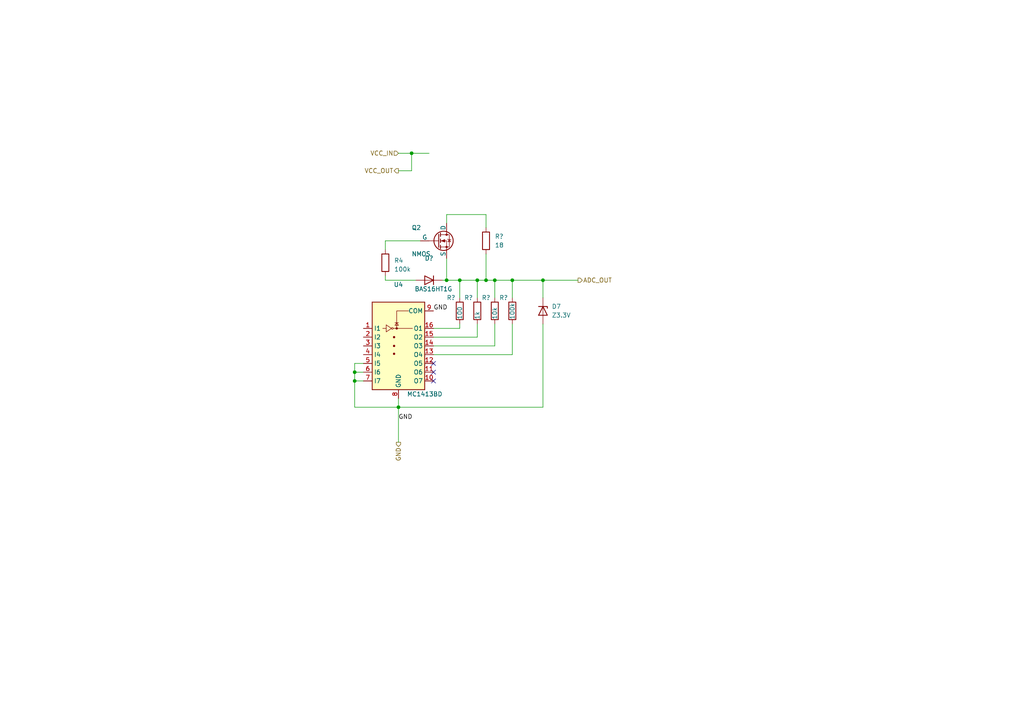
<source format=kicad_sch>
(kicad_sch (version 20230121) (generator eeschema)
  (paper "A4")
  (lib_symbols
    (symbol "Device:D" (pin_numbers hide) (pin_names (offset 1.016) hide)
      (property "Reference" "D" (at 0 2.54 0))
      (property "Value" "D" (at 0 -2.54 0))
      (symbol "D_0_1"
        (polyline (pts (xy -1.27 1.27) (xy -1.27 -1.27)) (stroke (width 0.254)))
        (polyline (pts (xy 1.27 0) (xy -1.27 0)))
        (polyline (pts (xy 1.27 1.27) (xy 1.27 -1.27) (xy -1.27 0) (xy 1.27 1.27)) (stroke (width 0.254)))
      )
      (symbol "D_1_1"
        (pin passive line (at -3.81 0 0) (length 2.54) (name "K") (number "1"))
        (pin passive line (at 3.81 0 180) (length 2.54) (name "A") (number "2"))
      )
    )
    (symbol "Device:D_Zener" (pin_numbers hide) (pin_names (offset 1.016) hide)
      (property "Reference" "D" (at 0 2.54 0))
      (property "Value" "D_Zener" (at 0 -2.54 0))
      (symbol "D_Zener_0_1"
        (polyline (pts (xy 1.27 0) (xy -1.27 0)))
        (polyline (pts (xy -1.27 -1.27) (xy -1.27 1.27) (xy -0.762 1.27)) (stroke (width 0.254)))
        (polyline (pts (xy 1.27 -1.27) (xy 1.27 1.27) (xy -1.27 0) (xy 1.27 -1.27)) (stroke (width 0.254)))
      )
      (symbol "D_Zener_1_1"
        (pin passive line (at -3.81 0 0) (length 2.54) (name "K") (number "1"))
        (pin passive line (at 3.81 0 180) (length 2.54) (name "A") (number "2"))
      )
    )
    (symbol "Device:R" (pin_numbers hide) (pin_names (offset 0))
      (property "Reference" "R" (at 2.032 0 90))
      (property "Value" "R" (at 0 0 90))
      (symbol "R_0_1"
        (rectangle (start -1.016 -2.54) (end 1.016 2.54) (stroke (width 0.254)))
      )
      (symbol "R_1_1"
        (pin passive line (at 0 3.81 270) (length 1.27) (name "~") (number "1"))
        (pin passive line (at 0 -3.81 90) (length 1.27) (name "~") (number "2"))
      )
    )
    (symbol "Simulation_SPICE:NMOS" (pin_numbers hide) (pin_names (offset 0))
      (property "Reference" "Q" (at 5.08 1.27 0))
      (property "Value" "NMOS" (at 5.08 -1.27 0))
      (symbol "NMOS_0_1"
        (polyline (pts (xy 0.254 0) (xy -2.54 0)))
        (polyline (pts (xy 0.254 1.905) (xy 0.254 -1.905)) (stroke (width 0.254)))
        (polyline (pts (xy 0.762 -1.27) (xy 0.762 -2.286)) (stroke (width 0.254)))
        (polyline (pts (xy 0.762 0.508) (xy 0.762 -0.508)) (stroke (width 0.254)))
        (polyline (pts (xy 0.762 2.286) (xy 0.762 1.27)) (stroke (width 0.254)))
        (polyline (pts (xy 2.54 2.54) (xy 2.54 1.778)))
        (polyline (pts (xy 2.54 -2.54) (xy 2.54 0) (xy 0.762 0)))
        (polyline (pts (xy 0.762 -1.778) (xy 3.302 -1.778) (xy 3.302 1.778) (xy 0.762 1.778)))
        (polyline (pts (xy 1.016 0) (xy 2.032 0.381) (xy 2.032 -0.381) (xy 1.016 0)) (fill (type outline)))
        (polyline (pts (xy 2.794 0.508) (xy 2.921 0.381) (xy 3.683 0.381) (xy 3.81 0.254)))
        (polyline (pts (xy 3.302 0.381) (xy 2.921 -0.254) (xy 3.683 -0.254) (xy 3.302 0.381)))
        (circle (center 1.651 0) (radius 2.794) (stroke (width 0.254)))
        (circle (center 2.54 -1.778) (radius 0.254) (fill (type outline)))
        (circle (center 2.54 1.778) (radius 0.254) (fill (type outline)))
      )
      (symbol "NMOS_1_1"
        (pin passive line (at 2.54 5.08 270) (length 2.54) (name "D") (number "1"))
        (pin input line (at -5.08 0 0) (length 2.54) (name "G") (number "2"))
        (pin passive line (at 2.54 -5.08 90) (length 2.54) (name "S") (number "3"))
      )
    )
    (symbol "Transistor_Array:MC1413BD"
      (property "Reference" "U" (at 0 15.875 0))
      (property "Value" "MC1413BD" (at 0 13.97 0))
      (symbol "MC1413BD_0_1"
        (rectangle (start -7.62 -12.7) (end 7.62 12.7) (stroke (width 0.254)) (fill (type background)))
        (circle (center -1.778 5.08) (radius 0.254))
        (circle (center -1.27 -2.286) (radius 0.254) (fill (type outline)))
        (circle (center -1.27 0) (radius 0.254) (fill (type outline)))
        (circle (center -1.27 2.54) (radius 0.254) (fill (type outline)))
        (circle (center -0.508 5.08) (radius 0.254) (fill (type outline)))
        (polyline (pts (xy -4.572 5.08) (xy -3.556 5.08)))
        (polyline (pts (xy -1.524 5.08) (xy 4.064 5.08)))
        (polyline (pts (xy 0 6.731) (xy -1.016 6.731)))
        (polyline (pts (xy -0.508 5.08) (xy -0.508 10.16) (xy 2.921 10.16)))
        (polyline (pts (xy -3.556 6.096) (xy -3.556 4.064) (xy -2.032 5.08) (xy -3.556 6.096)))
        (polyline (pts (xy 0 5.969) (xy -1.016 5.969) (xy -0.508 6.731) (xy 0 5.969)))
      )
      (symbol "MC1413BD_1_1"
        (pin input line (at -10.16 5.08 0) (length 2.54) (name "I1") (number "1"))
        (pin open_collector line (at 10.16 -10.16 180) (length 2.54) (name "O7") (number "10"))
        (pin open_collector line (at 10.16 -7.62 180) (length 2.54) (name "O6") (number "11"))
        (pin open_collector line (at 10.16 -5.08 180) (length 2.54) (name "O5") (number "12"))
        (pin open_collector line (at 10.16 -2.54 180) (length 2.54) (name "O4") (number "13"))
        (pin open_collector line (at 10.16 0 180) (length 2.54) (name "O3") (number "14"))
        (pin open_collector line (at 10.16 2.54 180) (length 2.54) (name "O2") (number "15"))
        (pin open_collector line (at 10.16 5.08 180) (length 2.54) (name "O1") (number "16"))
        (pin input line (at -10.16 2.54 0) (length 2.54) (name "I2") (number "2"))
        (pin input line (at -10.16 0 0) (length 2.54) (name "I3") (number "3"))
        (pin input line (at -10.16 -2.54 0) (length 2.54) (name "I4") (number "4"))
        (pin input line (at -10.16 -5.08 0) (length 2.54) (name "I5") (number "5"))
        (pin input line (at -10.16 -7.62 0) (length 2.54) (name "I6") (number "6"))
        (pin input line (at -10.16 -10.16 0) (length 2.54) (name "I7") (number "7"))
        (pin power_in line (at 0 -15.24 90) (length 2.54) (name "GND") (number "8"))
        (pin passive line (at 10.16 10.16 180) (length 2.54) (name "COM") (number "9"))
      )
    )
  )
  (junction (at 133.35 81.28))
  (junction (at 138.43 81.28))
  (junction (at 148.59 81.28))
  (junction (at 140.97 81.28))
  (junction (at 119.38 44.45))
  (junction (at 102.87 107.95))
  (junction (at 102.87 110.49))
  (junction (at 143.51 81.28))
  (junction (at 115.57 118.11))
  (junction (at 129.54 81.28))
  (junction (at 157.48 81.28))
  (no_connect (at 125.73 107.95))
  (no_connect (at 125.73 110.49))
  (no_connect (at 125.73 105.41))
  (wire (pts (xy 111.76 72.39) (xy 111.76 69.85)))
  (wire (pts (xy 157.48 93.98) (xy 157.48 118.11)))
  (wire (pts (xy 140.97 62.23) (xy 129.54 62.23)))
  (wire (pts (xy 140.97 66.04) (xy 140.97 62.23)))
  (wire (pts (xy 125.73 100.33) (xy 143.51 100.33)))
  (wire (pts (xy 102.87 107.95) (xy 102.87 110.49)))
  (wire (pts (xy 111.76 69.85) (xy 121.92 69.85)))
  (wire (pts (xy 133.35 81.28) (xy 138.43 81.28)))
  (wire (pts (xy 125.73 95.25) (xy 133.35 95.25)))
  (wire (pts (xy 111.76 80.01) (xy 111.76 81.28)))
  (wire (pts (xy 157.48 86.36) (xy 157.48 81.28)))
  (wire (pts (xy 129.54 62.23) (xy 129.54 64.77)))
  (wire (pts (xy 115.57 118.11) (xy 157.48 118.11)))
  (wire (pts (xy 138.43 97.79) (xy 138.43 93.98)))
  (wire (pts (xy 102.87 107.95) (xy 105.41 107.95)))
  (wire (pts (xy 128.27 81.28) (xy 129.54 81.28)))
  (wire (pts (xy 115.57 115.57) (xy 115.57 118.11)))
  (wire (pts (xy 115.57 44.45) (xy 119.38 44.45)))
  (wire (pts (xy 125.73 102.87) (xy 148.59 102.87)))
  (wire (pts (xy 138.43 81.28) (xy 140.97 81.28)))
  (wire (pts (xy 133.35 93.98) (xy 133.35 95.25)))
  (wire (pts (xy 105.41 105.41) (xy 102.87 105.41)))
  (wire (pts (xy 125.73 97.79) (xy 138.43 97.79)))
  (wire (pts (xy 133.35 86.36) (xy 133.35 81.28)))
  (wire (pts (xy 157.48 81.28) (xy 167.64 81.28)))
  (wire (pts (xy 157.48 81.28) (xy 148.59 81.28)))
  (wire (pts (xy 143.51 100.33) (xy 143.51 93.98)))
  (wire (pts (xy 129.54 81.28) (xy 133.35 81.28)))
  (wire (pts (xy 115.57 49.53) (xy 119.38 49.53)))
  (wire (pts (xy 102.87 110.49) (xy 105.41 110.49)))
  (wire (pts (xy 143.51 81.28) (xy 140.97 81.28)))
  (wire (pts (xy 138.43 81.28) (xy 138.43 86.36)))
  (wire (pts (xy 111.76 81.28) (xy 120.65 81.28)))
  (wire (pts (xy 119.38 49.53) (xy 119.38 44.45)))
  (wire (pts (xy 148.59 102.87) (xy 148.59 93.98)))
  (wire (pts (xy 143.51 86.36) (xy 143.51 81.28)))
  (wire (pts (xy 119.38 44.45) (xy 124.46 44.45)))
  (wire (pts (xy 102.87 118.11) (xy 115.57 118.11)))
  (wire (pts (xy 102.87 105.41) (xy 102.87 107.95)))
  (wire (pts (xy 148.59 81.28) (xy 143.51 81.28)))
  (wire (pts (xy 115.57 118.11) (xy 115.57 128.27)))
  (wire (pts (xy 102.87 110.49) (xy 102.87 118.11)))
  (wire (pts (xy 148.59 86.36) (xy 148.59 81.28)))
  (wire (pts (xy 140.97 73.66) (xy 140.97 81.28)))
  (wire (pts (xy 129.54 74.93) (xy 129.54 81.28)))
  (label "GND" (at 115.57 121.92 0))
  (label "GND" (at 125.73 90.17 0))
  (hierarchical_label "GND" (shape output) (at 115.57 128.27 270))
  (hierarchical_label "VCC_IN" (shape input) (at 115.57 44.45 180))
  (hierarchical_label "VCC_OUT" (shape output) (at 115.57 49.53 180))
  (hierarchical_label "ADC_OUT" (shape output) (at 167.64 81.28 0))
  (symbol (lib_id "Device:R") (at 140.97 69.85 180) (unit 1)
    (property "Reference" "R?" (at 143.51 68.58 0) (effects (justify right)))
    (property "Value" "18" (at 143.51 71.12 0) (effects (justify right)))
    (property "Footprint" "Resistor_SMD:R_0805_2012Metric" (effects hide))
    (instances (project "PCB" (path "" (reference "R?") (unit 1)) (path "" (reference "R1") (unit 1)) (path "" (reference "R7") (unit 1))))
  )
  (symbol (lib_id "Device:R") (at 148.59 90.17 180) (unit 1)
    (property "Reference" "R?" (at 144.78 86.36 0) (effects (justify right)))
    (property "Value" "100k" (at 148.59 92.71 90) (effects (justify right)))
    (property "Footprint" "Resistor_SMD:R_0805_2012Metric" (effects hide))
    (instances (project "PCB" (path "" (reference "R?") (unit 1)) (path "" (reference "R1") (unit 1)) (path "" (reference "R13") (unit 1))))
  )
  (symbol (lib_id "Device:R") (at 111.76 76.2 0) (unit 1)
    (property "Reference" "R4" (at 114.3 75.565 0) (effects (justify left)))
    (property "Value" "100k" (at 114.3 78.105 0) (effects (justify left)))
    (property "Footprint" "Resistor_SMD:R_0603_1608Metric" (effects hide))
    (instances (project "PCB" (path "" (reference "R4") (unit 1)) (path "" (reference "R14") (unit 1))))
  )
  (symbol (lib_id "Device:R") (at 133.35 90.17 180) (unit 1)
    (property "Reference" "R?" (at 129.54 86.36 0) (effects (justify right)))
    (property "Value" "100" (at 133.35 92.71 90) (effects (justify right)))
    (property "Footprint" "Resistor_SMD:R_0805_2012Metric" (effects hide))
    (instances (project "PCB" (path "" (reference "R?") (unit 1)) (path "" (reference "R1") (unit 1)) (path "" (reference "R9") (unit 1))))
  )
  (symbol (lib_id "Device:R") (at 143.51 90.17 180) (unit 1)
    (property "Reference" "R?" (at 139.7 86.36 0) (effects (justify right)))
    (property "Value" "10k" (at 143.51 92.71 90) (effects (justify right)))
    (property "Footprint" "Resistor_SMD:R_0805_2012Metric" (effects hide))
    (instances (project "PCB" (path "" (reference "R?") (unit 1)) (path "" (reference "R1") (unit 1)) (path "" (reference "R12") (unit 1))))
  )
  (symbol (lib_id "Simulation_SPICE:NMOS") (at 127 69.85 0) (unit 1)
    (property "Reference" "Q2" (at 119.38 66.04 0) (effects (justify left)))
    (property "Value" "NMOS" (at 119.38 73.66 0) (effects (justify left)))
    (property "Footprint" "Package_TO_SOT_SMD:SOT-23" (effects hide))
    (property "Datasheet" "https://ngspice.sourceforge.io/docs/ngspice-manual.pdf" (effects hide))
    (property "Sim.Device" "NMOS" (effects hide))
    (property "Sim.Type" "VDMOS" (effects hide))
    (property "Sim.Pins" "1=D 2=G 3=S" (effects hide))
  )
  (symbol (lib_id "Device:R") (at 138.43 90.17 180) (unit 1)
    (property "Reference" "R?" (at 134.62 86.36 0) (effects (justify right)))
    (property "Value" "1k" (at 138.43 92.71 90) (effects (justify right)))
    (property "Footprint" "Resistor_SMD:R_0805_2012Metric" (effects hide))
    (instances (project "PCB" (path "" (reference "R?") (unit 1)) (path "" (reference "R1") (unit 1)) (path "" (reference "R8") (unit 1))))
  )
  (symbol (lib_id "Device:D") (at 124.46 81.28 180) (unit 1)
    (property "Reference" "D?" (at 124.46 74.93 0))
    (property "Value" "BAS16HT1G" (at 125.73 83.82 0))
    (property "Footprint" "Diode_SMD:D_SOD-323" (effects hide))
    (property "Sim.Device" "D" (effects hide))
    (property "Sim.Pins" "1=K 2=A" (effects hide))
    (instances (project "PCB" (path "" (reference "D?") (unit 1)) (path "" (reference "D4") (unit 1)) (path "" (reference "D6") (unit 1))))
  )
  (symbol (lib_id "Device:D_Zener") (at 157.48 90.17 270) (unit 1)
    (property "Reference" "D7" (at 160.02 88.9 90) (effects (justify left)))
    (property "Value" "Z3.3V" (at 160.02 91.44 90) (effects (justify left)))
    (property "Footprint" "Diode_SMD:D_SOD-323" (effects hide))
  )
  (symbol (lib_id "Transistor_Array:MC1413BD") (at 115.57 100.33 0) (unit 1)
    (property "Reference" "U4" (at 115.57 82.55 0))
    (property "Value" "MC1413BD" (at 123.19 114.3 0))
    (property "Footprint" "Package_SO:SOIC-16_3.9x9.9mm_P1.27mm" (effects hide))
    (property "Datasheet" "http://www.onsemi.com/pub_link/Collateral/MC1413-D.PDF" (effects hide))
  )
)
</source>
